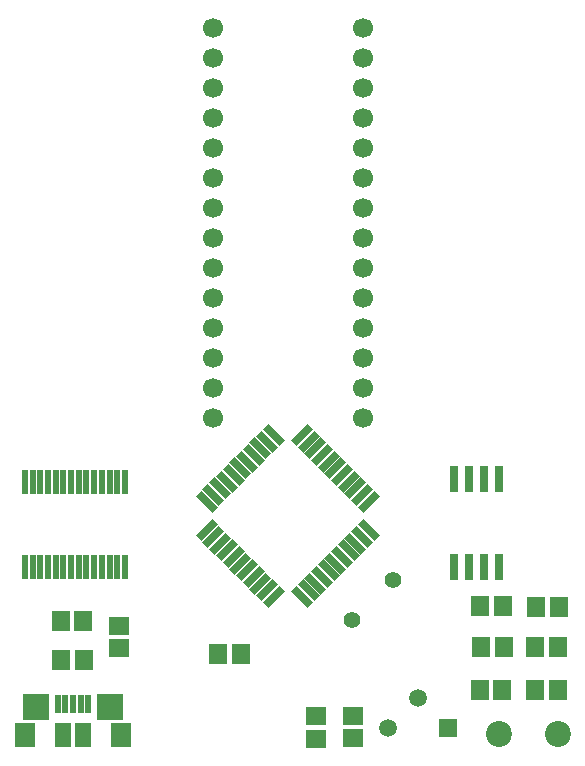
<source format=gbr>
G04 DipTrace 3.0.0.1*
G04 TopMask.gbr*
%MOIN*%
G04 #@! TF.FileFunction,Soldermask,Top*
G04 #@! TF.Part,Single*
%AMOUTLINE4*
4,1,4,
-0.037582,0.018096,
-0.018096,0.037582,
0.037582,-0.018096,
0.018096,-0.037582,
-0.037582,0.018096,
0*%
%AMOUTLINE7*
4,1,4,
-0.018096,-0.037582,
-0.037582,-0.018096,
0.018096,0.037582,
0.037582,0.018096,
-0.018096,-0.037582,
0*%
%ADD32R,0.023622X0.07874*%
%ADD50C,0.055874*%
%ADD52R,0.055118X0.082677*%
%ADD54R,0.070866X0.082677*%
%ADD56R,0.090551X0.086614*%
%ADD58R,0.023622X0.061024*%
%ADD61C,0.086614*%
%ADD63R,0.059055X0.059055*%
%ADD65C,0.059055*%
%ADD67R,0.031496X0.086614*%
%ADD68R,0.059055X0.066929*%
%ADD70R,0.066929X0.059055*%
%ADD76C,0.066929*%
%ADD85OUTLINE4*%
%ADD88OUTLINE7*%
%FSLAX26Y26*%
G04*
G70*
G90*
G75*
G01*
G04 TopMask*
%LPD*%
D76*
X1128084Y2821522D3*
Y2721522D3*
Y2621522D3*
Y2521522D3*
Y2421522D3*
Y2321522D3*
Y2221522D3*
Y2121522D3*
Y2021522D3*
Y1921522D3*
Y1821522D3*
Y1721522D3*
Y1621522D3*
Y1521522D3*
X1628084D3*
Y1621522D3*
Y1721522D3*
Y1821522D3*
Y1921522D3*
Y2021522D3*
Y2121522D3*
Y2221522D3*
Y2321522D3*
Y2421522D3*
Y2521522D3*
Y2621522D3*
Y2721522D3*
Y2821522D3*
D70*
X1596325Y529922D3*
Y455118D3*
D68*
X622291Y717454D3*
X697094D3*
X622047Y846850D3*
X696850D3*
X1145538Y738058D3*
X1220341D3*
X2278084Y617323D3*
X2203281D3*
X2277953Y758924D3*
X2203150D3*
X2280315Y894619D3*
X2205512D3*
D67*
X1930906Y1027756D3*
X1980906D3*
X2030906D3*
X2080906D3*
Y1319094D3*
X2030906D3*
X1980906D3*
X1930906D3*
D65*
X1711155Y489633D3*
X1811155Y589633D3*
D63*
X1911155Y489633D3*
D70*
X814436Y831102D3*
Y756299D3*
X1471391Y453412D3*
Y528215D3*
D68*
X2018110Y617323D3*
X2092913D3*
X2022703Y759580D3*
X2097507D3*
X2019423Y895407D3*
X2094226D3*
D61*
X2279134Y468635D3*
X2082283D3*
D85*
X1330709Y1466404D3*
X1308437Y1444133D3*
X1286165Y1421862D3*
X1263895Y1399591D3*
X1241623Y1377320D3*
X1219353Y1355049D3*
X1197081Y1332778D3*
X1174811Y1310507D3*
X1152539Y1288236D3*
X1130268Y1265965D3*
X1107997Y1243693D3*
D88*
Y1149042D3*
X1130268Y1126770D3*
X1152539Y1104499D3*
X1174811Y1082228D3*
X1197081Y1059957D3*
X1219353Y1037686D3*
X1241623Y1015415D3*
X1263895Y993144D3*
X1286165Y970873D3*
X1308437Y948601D3*
X1330709Y926331D3*
D85*
X1425360D3*
X1447631Y948601D3*
X1469903Y970873D3*
X1492173Y993144D3*
X1514445Y1015415D3*
X1536715Y1037686D3*
X1558987Y1059957D3*
X1581257Y1082228D3*
X1603529Y1104499D3*
X1625801Y1126770D3*
X1648071Y1149042D3*
D88*
Y1243693D3*
X1625801Y1265965D3*
X1603529Y1288236D3*
X1581257Y1310507D3*
X1558987Y1332778D3*
X1536715Y1355049D3*
X1514445Y1377320D3*
X1492173Y1399591D3*
X1469903Y1421862D3*
X1447631Y1444133D3*
X1425360Y1466404D3*
D32*
X834908Y1309974D3*
X809318D3*
X783727D3*
X758136D3*
X732546D3*
X706955D3*
X681365D3*
X655774D3*
X630184D3*
X604593D3*
X579003D3*
X553412D3*
X527822D3*
X502231D3*
Y1026501D3*
X527822Y1026509D3*
X553412D3*
X579003D3*
X604593D3*
X630184D3*
X655774D3*
X681365D3*
X706955D3*
X732546D3*
X758136D3*
X783727D3*
X809318D3*
X834908D3*
D58*
X713123Y570997D3*
X687533D3*
X661942D3*
X636352D3*
X610761D3*
D56*
X783990Y558202D3*
X539895D3*
D54*
X823360Y465682D3*
X500525D3*
D52*
X695407D3*
X628478D3*
D50*
X1727034Y983202D3*
X1592685Y848853D3*
M02*

</source>
